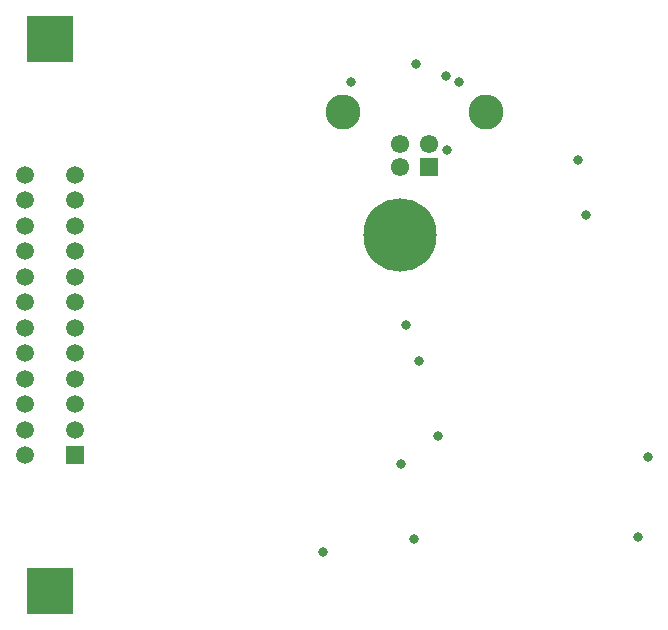
<source format=gbs>
G04*
G04 #@! TF.GenerationSoftware,Altium Limited,Altium Designer,18.1.7 (191)*
G04*
G04 Layer_Color=16711935*
%FSLAX25Y25*%
%MOIN*%
G70*
G01*
G75*
%ADD54R,0.15800X0.15800*%
%ADD55C,0.05918*%
%ADD56R,0.05918X0.05918*%
%ADD57R,0.06115X0.06115*%
%ADD58C,0.06115*%
%ADD59C,0.11627*%
%ADD60C,0.24422*%
%ADD61C,0.03162*%
D54*
X41854Y-200349D02*
D03*
Y-16097D02*
D03*
D55*
X33465Y-61475D02*
D03*
Y-69936D02*
D03*
Y-78439D02*
D03*
Y-86975D02*
D03*
Y-95475D02*
D03*
Y-103975D02*
D03*
Y-112475D02*
D03*
Y-120975D02*
D03*
Y-129475D02*
D03*
Y-137975D02*
D03*
Y-146475D02*
D03*
Y-154975D02*
D03*
X50354Y-61432D02*
D03*
Y-69936D02*
D03*
Y-78439D02*
D03*
Y-86944D02*
D03*
Y-95447D02*
D03*
Y-103951D02*
D03*
Y-112455D02*
D03*
Y-120959D02*
D03*
Y-129463D02*
D03*
Y-137967D02*
D03*
Y-146471D02*
D03*
D56*
Y-154975D02*
D03*
D57*
X168307Y-59055D02*
D03*
D58*
X158465D02*
D03*
Y-51181D02*
D03*
X168307D02*
D03*
D59*
X139685Y-40512D02*
D03*
X187087D02*
D03*
D60*
X158465Y-81693D02*
D03*
D61*
X142224Y-30512D02*
D03*
X178150D02*
D03*
X220472Y-74803D02*
D03*
X217913Y-56496D02*
D03*
X241142Y-155512D02*
D03*
X237992Y-182087D02*
D03*
X163228Y-182913D02*
D03*
X171260Y-148622D02*
D03*
X132874Y-187402D02*
D03*
X158896Y-157776D02*
D03*
X163728Y-24606D02*
D03*
X164759Y-123421D02*
D03*
X160433Y-111496D02*
D03*
X173914Y-28543D02*
D03*
X174212Y-53149D02*
D03*
M02*

</source>
